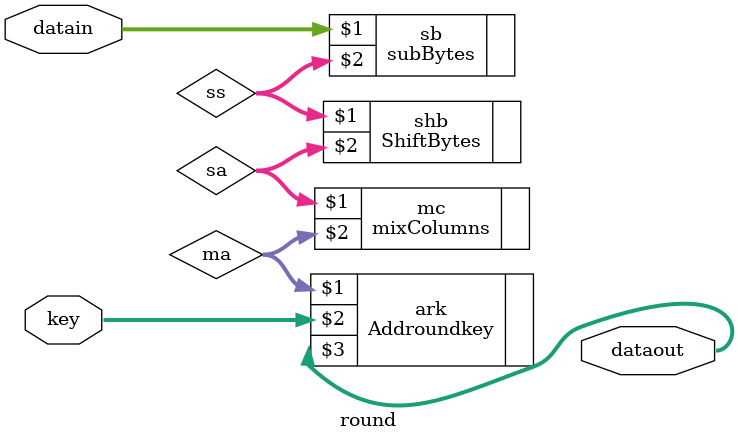
<source format=v>
module round(datain,dataout,key);
input [127:0] datain;
output [127:0] dataout;
input [127:0] key;

wire [127:0] ma;
wire [127:0] sa;
wire [127:0] ss;

subBytes sb(datain,ss);
ShiftBytes shb(ss,sa);
mixColumns mc(sa,ma);
Addroundkey ark(ma,key,dataout);

endmodule
</source>
